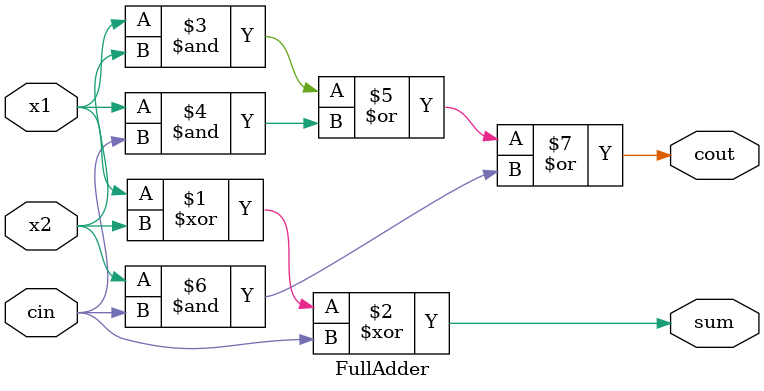
<source format=v>
module FullAdder(input  x1,
                 		x2,
                 		cin,
                 output cout,
                 		sum);
  
  assign sum  = x1^x2^cin;
  assign cout = x1&x2 | x1&cin | x2&cin;
  
endmodule

</source>
